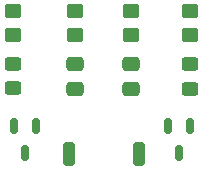
<source format=gbr>
%TF.GenerationSoftware,KiCad,Pcbnew,7.0.10*%
%TF.CreationDate,2024-01-10T15:24:58-03:00*%
%TF.ProjectId,osc,6f73632e-6b69-4636-9164-5f7063625858,rev?*%
%TF.SameCoordinates,Original*%
%TF.FileFunction,Soldermask,Top*%
%TF.FilePolarity,Negative*%
%FSLAX46Y46*%
G04 Gerber Fmt 4.6, Leading zero omitted, Abs format (unit mm)*
G04 Created by KiCad (PCBNEW 7.0.10) date 2024-01-10 15:24:58*
%MOMM*%
%LPD*%
G01*
G04 APERTURE LIST*
G04 Aperture macros list*
%AMRoundRect*
0 Rectangle with rounded corners*
0 $1 Rounding radius*
0 $2 $3 $4 $5 $6 $7 $8 $9 X,Y pos of 4 corners*
0 Add a 4 corners polygon primitive as box body*
4,1,4,$2,$3,$4,$5,$6,$7,$8,$9,$2,$3,0*
0 Add four circle primitives for the rounded corners*
1,1,$1+$1,$2,$3*
1,1,$1+$1,$4,$5*
1,1,$1+$1,$6,$7*
1,1,$1+$1,$8,$9*
0 Add four rect primitives between the rounded corners*
20,1,$1+$1,$2,$3,$4,$5,0*
20,1,$1+$1,$4,$5,$6,$7,0*
20,1,$1+$1,$6,$7,$8,$9,0*
20,1,$1+$1,$8,$9,$2,$3,0*%
G04 Aperture macros list end*
%ADD10RoundRect,0.250000X0.450000X-0.350000X0.450000X0.350000X-0.450000X0.350000X-0.450000X-0.350000X0*%
%ADD11RoundRect,0.250000X0.475000X-0.337500X0.475000X0.337500X-0.475000X0.337500X-0.475000X-0.337500X0*%
%ADD12RoundRect,0.150000X-0.150000X0.512500X-0.150000X-0.512500X0.150000X-0.512500X0.150000X0.512500X0*%
%ADD13RoundRect,0.250000X-0.475000X0.337500X-0.475000X-0.337500X0.475000X-0.337500X0.475000X0.337500X0*%
%ADD14RoundRect,0.250000X-0.250000X-0.750000X0.250000X-0.750000X0.250000X0.750000X-0.250000X0.750000X0*%
%ADD15RoundRect,0.250000X0.450000X-0.325000X0.450000X0.325000X-0.450000X0.325000X-0.450000X-0.325000X0*%
G04 APERTURE END LIST*
D10*
%TO.C,R4*%
X67500000Y-53500000D03*
X67500000Y-51500000D03*
%TD*%
%TO.C,R2*%
X57750000Y-53500000D03*
X57750000Y-51500000D03*
%TD*%
D11*
%TO.C,C3*%
X62500000Y-58075000D03*
X62500000Y-56000000D03*
%TD*%
D10*
%TO.C,R3*%
X62500000Y-53500000D03*
X62500000Y-51500000D03*
%TD*%
D12*
%TO.C,Q2*%
X54450000Y-61225000D03*
X52550000Y-61225000D03*
X53500000Y-63500000D03*
%TD*%
%TO.C,Q1*%
X67500000Y-61225000D03*
X65600000Y-61225000D03*
X66550000Y-63500000D03*
%TD*%
D13*
%TO.C,C2*%
X57750000Y-56000000D03*
X57750000Y-58075000D03*
%TD*%
D14*
%TO.C,REF\u002A\u002A*%
X63200000Y-63600000D03*
%TD*%
D10*
%TO.C,R1*%
X52500000Y-53500000D03*
X52500000Y-51500000D03*
%TD*%
D15*
%TO.C,D2*%
X67500000Y-58050000D03*
X67500000Y-56000000D03*
%TD*%
D14*
%TO.C,REF\u002A\u002A*%
X57200000Y-63600000D03*
%TD*%
D15*
%TO.C,D1*%
X52500000Y-58000000D03*
X52500000Y-55950000D03*
%TD*%
M02*

</source>
